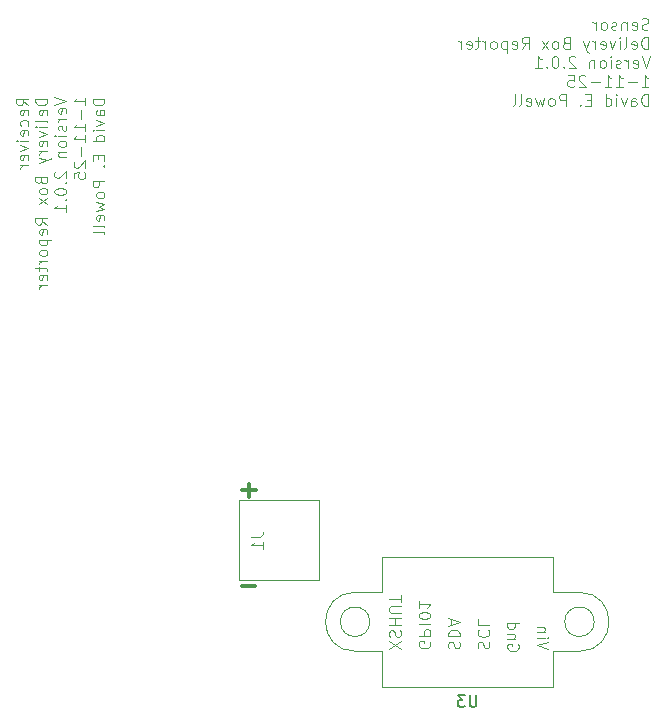
<source format=gbr>
%TF.GenerationSoftware,KiCad,Pcbnew,8.0.7-unknown-202501031822~9d36205ced~ubuntu24.04.1*%
%TF.CreationDate,2025-01-11T19:30:59-05:00*%
%TF.ProjectId,delivery-box-reporter-lora,64656c69-7665-4727-992d-626f782d7265,rev?*%
%TF.SameCoordinates,Original*%
%TF.FileFunction,Legend,Bot*%
%TF.FilePolarity,Positive*%
%FSLAX46Y46*%
G04 Gerber Fmt 4.6, Leading zero omitted, Abs format (unit mm)*
G04 Created by KiCad (PCBNEW 8.0.7-unknown-202501031822~9d36205ced~ubuntu24.04.1) date 2025-01-11 19:30:59*
%MOMM*%
%LPD*%
G01*
G04 APERTURE LIST*
%ADD10C,0.300000*%
%ADD11C,0.100000*%
%ADD12C,0.150000*%
%ADD13C,0.120000*%
G04 APERTURE END LIST*
D10*
X123754510Y-112579400D02*
X124897368Y-112579400D01*
X124325939Y-113150828D02*
X124325939Y-112007971D01*
D11*
X105632643Y-79975312D02*
X105156452Y-79641979D01*
X105632643Y-79403884D02*
X104632643Y-79403884D01*
X104632643Y-79403884D02*
X104632643Y-79784836D01*
X104632643Y-79784836D02*
X104680262Y-79880074D01*
X104680262Y-79880074D02*
X104727881Y-79927693D01*
X104727881Y-79927693D02*
X104823119Y-79975312D01*
X104823119Y-79975312D02*
X104965976Y-79975312D01*
X104965976Y-79975312D02*
X105061214Y-79927693D01*
X105061214Y-79927693D02*
X105108833Y-79880074D01*
X105108833Y-79880074D02*
X105156452Y-79784836D01*
X105156452Y-79784836D02*
X105156452Y-79403884D01*
X105585024Y-80784836D02*
X105632643Y-80689598D01*
X105632643Y-80689598D02*
X105632643Y-80499122D01*
X105632643Y-80499122D02*
X105585024Y-80403884D01*
X105585024Y-80403884D02*
X105489785Y-80356265D01*
X105489785Y-80356265D02*
X105108833Y-80356265D01*
X105108833Y-80356265D02*
X105013595Y-80403884D01*
X105013595Y-80403884D02*
X104965976Y-80499122D01*
X104965976Y-80499122D02*
X104965976Y-80689598D01*
X104965976Y-80689598D02*
X105013595Y-80784836D01*
X105013595Y-80784836D02*
X105108833Y-80832455D01*
X105108833Y-80832455D02*
X105204071Y-80832455D01*
X105204071Y-80832455D02*
X105299309Y-80356265D01*
X105585024Y-81689598D02*
X105632643Y-81594360D01*
X105632643Y-81594360D02*
X105632643Y-81403884D01*
X105632643Y-81403884D02*
X105585024Y-81308646D01*
X105585024Y-81308646D02*
X105537404Y-81261027D01*
X105537404Y-81261027D02*
X105442166Y-81213408D01*
X105442166Y-81213408D02*
X105156452Y-81213408D01*
X105156452Y-81213408D02*
X105061214Y-81261027D01*
X105061214Y-81261027D02*
X105013595Y-81308646D01*
X105013595Y-81308646D02*
X104965976Y-81403884D01*
X104965976Y-81403884D02*
X104965976Y-81594360D01*
X104965976Y-81594360D02*
X105013595Y-81689598D01*
X105585024Y-82499122D02*
X105632643Y-82403884D01*
X105632643Y-82403884D02*
X105632643Y-82213408D01*
X105632643Y-82213408D02*
X105585024Y-82118170D01*
X105585024Y-82118170D02*
X105489785Y-82070551D01*
X105489785Y-82070551D02*
X105108833Y-82070551D01*
X105108833Y-82070551D02*
X105013595Y-82118170D01*
X105013595Y-82118170D02*
X104965976Y-82213408D01*
X104965976Y-82213408D02*
X104965976Y-82403884D01*
X104965976Y-82403884D02*
X105013595Y-82499122D01*
X105013595Y-82499122D02*
X105108833Y-82546741D01*
X105108833Y-82546741D02*
X105204071Y-82546741D01*
X105204071Y-82546741D02*
X105299309Y-82070551D01*
X105632643Y-82975313D02*
X104965976Y-82975313D01*
X104632643Y-82975313D02*
X104680262Y-82927694D01*
X104680262Y-82927694D02*
X104727881Y-82975313D01*
X104727881Y-82975313D02*
X104680262Y-83022932D01*
X104680262Y-83022932D02*
X104632643Y-82975313D01*
X104632643Y-82975313D02*
X104727881Y-82975313D01*
X104965976Y-83356265D02*
X105632643Y-83594360D01*
X105632643Y-83594360D02*
X104965976Y-83832455D01*
X105585024Y-84594360D02*
X105632643Y-84499122D01*
X105632643Y-84499122D02*
X105632643Y-84308646D01*
X105632643Y-84308646D02*
X105585024Y-84213408D01*
X105585024Y-84213408D02*
X105489785Y-84165789D01*
X105489785Y-84165789D02*
X105108833Y-84165789D01*
X105108833Y-84165789D02*
X105013595Y-84213408D01*
X105013595Y-84213408D02*
X104965976Y-84308646D01*
X104965976Y-84308646D02*
X104965976Y-84499122D01*
X104965976Y-84499122D02*
X105013595Y-84594360D01*
X105013595Y-84594360D02*
X105108833Y-84641979D01*
X105108833Y-84641979D02*
X105204071Y-84641979D01*
X105204071Y-84641979D02*
X105299309Y-84165789D01*
X105632643Y-85070551D02*
X104965976Y-85070551D01*
X105156452Y-85070551D02*
X105061214Y-85118170D01*
X105061214Y-85118170D02*
X105013595Y-85165789D01*
X105013595Y-85165789D02*
X104965976Y-85261027D01*
X104965976Y-85261027D02*
X104965976Y-85356265D01*
X107242587Y-79403884D02*
X106242587Y-79403884D01*
X106242587Y-79403884D02*
X106242587Y-79641979D01*
X106242587Y-79641979D02*
X106290206Y-79784836D01*
X106290206Y-79784836D02*
X106385444Y-79880074D01*
X106385444Y-79880074D02*
X106480682Y-79927693D01*
X106480682Y-79927693D02*
X106671158Y-79975312D01*
X106671158Y-79975312D02*
X106814015Y-79975312D01*
X106814015Y-79975312D02*
X107004491Y-79927693D01*
X107004491Y-79927693D02*
X107099729Y-79880074D01*
X107099729Y-79880074D02*
X107194968Y-79784836D01*
X107194968Y-79784836D02*
X107242587Y-79641979D01*
X107242587Y-79641979D02*
X107242587Y-79403884D01*
X107194968Y-80784836D02*
X107242587Y-80689598D01*
X107242587Y-80689598D02*
X107242587Y-80499122D01*
X107242587Y-80499122D02*
X107194968Y-80403884D01*
X107194968Y-80403884D02*
X107099729Y-80356265D01*
X107099729Y-80356265D02*
X106718777Y-80356265D01*
X106718777Y-80356265D02*
X106623539Y-80403884D01*
X106623539Y-80403884D02*
X106575920Y-80499122D01*
X106575920Y-80499122D02*
X106575920Y-80689598D01*
X106575920Y-80689598D02*
X106623539Y-80784836D01*
X106623539Y-80784836D02*
X106718777Y-80832455D01*
X106718777Y-80832455D02*
X106814015Y-80832455D01*
X106814015Y-80832455D02*
X106909253Y-80356265D01*
X107242587Y-81403884D02*
X107194968Y-81308646D01*
X107194968Y-81308646D02*
X107099729Y-81261027D01*
X107099729Y-81261027D02*
X106242587Y-81261027D01*
X107242587Y-81784837D02*
X106575920Y-81784837D01*
X106242587Y-81784837D02*
X106290206Y-81737218D01*
X106290206Y-81737218D02*
X106337825Y-81784837D01*
X106337825Y-81784837D02*
X106290206Y-81832456D01*
X106290206Y-81832456D02*
X106242587Y-81784837D01*
X106242587Y-81784837D02*
X106337825Y-81784837D01*
X106575920Y-82165789D02*
X107242587Y-82403884D01*
X107242587Y-82403884D02*
X106575920Y-82641979D01*
X107194968Y-83403884D02*
X107242587Y-83308646D01*
X107242587Y-83308646D02*
X107242587Y-83118170D01*
X107242587Y-83118170D02*
X107194968Y-83022932D01*
X107194968Y-83022932D02*
X107099729Y-82975313D01*
X107099729Y-82975313D02*
X106718777Y-82975313D01*
X106718777Y-82975313D02*
X106623539Y-83022932D01*
X106623539Y-83022932D02*
X106575920Y-83118170D01*
X106575920Y-83118170D02*
X106575920Y-83308646D01*
X106575920Y-83308646D02*
X106623539Y-83403884D01*
X106623539Y-83403884D02*
X106718777Y-83451503D01*
X106718777Y-83451503D02*
X106814015Y-83451503D01*
X106814015Y-83451503D02*
X106909253Y-82975313D01*
X107242587Y-83880075D02*
X106575920Y-83880075D01*
X106766396Y-83880075D02*
X106671158Y-83927694D01*
X106671158Y-83927694D02*
X106623539Y-83975313D01*
X106623539Y-83975313D02*
X106575920Y-84070551D01*
X106575920Y-84070551D02*
X106575920Y-84165789D01*
X106575920Y-84403885D02*
X107242587Y-84641980D01*
X106575920Y-84880075D02*
X107242587Y-84641980D01*
X107242587Y-84641980D02*
X107480682Y-84546742D01*
X107480682Y-84546742D02*
X107528301Y-84499123D01*
X107528301Y-84499123D02*
X107575920Y-84403885D01*
X106718777Y-86356266D02*
X106766396Y-86499123D01*
X106766396Y-86499123D02*
X106814015Y-86546742D01*
X106814015Y-86546742D02*
X106909253Y-86594361D01*
X106909253Y-86594361D02*
X107052110Y-86594361D01*
X107052110Y-86594361D02*
X107147348Y-86546742D01*
X107147348Y-86546742D02*
X107194968Y-86499123D01*
X107194968Y-86499123D02*
X107242587Y-86403885D01*
X107242587Y-86403885D02*
X107242587Y-86022933D01*
X107242587Y-86022933D02*
X106242587Y-86022933D01*
X106242587Y-86022933D02*
X106242587Y-86356266D01*
X106242587Y-86356266D02*
X106290206Y-86451504D01*
X106290206Y-86451504D02*
X106337825Y-86499123D01*
X106337825Y-86499123D02*
X106433063Y-86546742D01*
X106433063Y-86546742D02*
X106528301Y-86546742D01*
X106528301Y-86546742D02*
X106623539Y-86499123D01*
X106623539Y-86499123D02*
X106671158Y-86451504D01*
X106671158Y-86451504D02*
X106718777Y-86356266D01*
X106718777Y-86356266D02*
X106718777Y-86022933D01*
X107242587Y-87165790D02*
X107194968Y-87070552D01*
X107194968Y-87070552D02*
X107147348Y-87022933D01*
X107147348Y-87022933D02*
X107052110Y-86975314D01*
X107052110Y-86975314D02*
X106766396Y-86975314D01*
X106766396Y-86975314D02*
X106671158Y-87022933D01*
X106671158Y-87022933D02*
X106623539Y-87070552D01*
X106623539Y-87070552D02*
X106575920Y-87165790D01*
X106575920Y-87165790D02*
X106575920Y-87308647D01*
X106575920Y-87308647D02*
X106623539Y-87403885D01*
X106623539Y-87403885D02*
X106671158Y-87451504D01*
X106671158Y-87451504D02*
X106766396Y-87499123D01*
X106766396Y-87499123D02*
X107052110Y-87499123D01*
X107052110Y-87499123D02*
X107147348Y-87451504D01*
X107147348Y-87451504D02*
X107194968Y-87403885D01*
X107194968Y-87403885D02*
X107242587Y-87308647D01*
X107242587Y-87308647D02*
X107242587Y-87165790D01*
X107242587Y-87832457D02*
X106575920Y-88356266D01*
X106575920Y-87832457D02*
X107242587Y-88356266D01*
X107242587Y-90070552D02*
X106766396Y-89737219D01*
X107242587Y-89499124D02*
X106242587Y-89499124D01*
X106242587Y-89499124D02*
X106242587Y-89880076D01*
X106242587Y-89880076D02*
X106290206Y-89975314D01*
X106290206Y-89975314D02*
X106337825Y-90022933D01*
X106337825Y-90022933D02*
X106433063Y-90070552D01*
X106433063Y-90070552D02*
X106575920Y-90070552D01*
X106575920Y-90070552D02*
X106671158Y-90022933D01*
X106671158Y-90022933D02*
X106718777Y-89975314D01*
X106718777Y-89975314D02*
X106766396Y-89880076D01*
X106766396Y-89880076D02*
X106766396Y-89499124D01*
X107194968Y-90880076D02*
X107242587Y-90784838D01*
X107242587Y-90784838D02*
X107242587Y-90594362D01*
X107242587Y-90594362D02*
X107194968Y-90499124D01*
X107194968Y-90499124D02*
X107099729Y-90451505D01*
X107099729Y-90451505D02*
X106718777Y-90451505D01*
X106718777Y-90451505D02*
X106623539Y-90499124D01*
X106623539Y-90499124D02*
X106575920Y-90594362D01*
X106575920Y-90594362D02*
X106575920Y-90784838D01*
X106575920Y-90784838D02*
X106623539Y-90880076D01*
X106623539Y-90880076D02*
X106718777Y-90927695D01*
X106718777Y-90927695D02*
X106814015Y-90927695D01*
X106814015Y-90927695D02*
X106909253Y-90451505D01*
X106575920Y-91356267D02*
X107575920Y-91356267D01*
X106623539Y-91356267D02*
X106575920Y-91451505D01*
X106575920Y-91451505D02*
X106575920Y-91641981D01*
X106575920Y-91641981D02*
X106623539Y-91737219D01*
X106623539Y-91737219D02*
X106671158Y-91784838D01*
X106671158Y-91784838D02*
X106766396Y-91832457D01*
X106766396Y-91832457D02*
X107052110Y-91832457D01*
X107052110Y-91832457D02*
X107147348Y-91784838D01*
X107147348Y-91784838D02*
X107194968Y-91737219D01*
X107194968Y-91737219D02*
X107242587Y-91641981D01*
X107242587Y-91641981D02*
X107242587Y-91451505D01*
X107242587Y-91451505D02*
X107194968Y-91356267D01*
X107242587Y-92403886D02*
X107194968Y-92308648D01*
X107194968Y-92308648D02*
X107147348Y-92261029D01*
X107147348Y-92261029D02*
X107052110Y-92213410D01*
X107052110Y-92213410D02*
X106766396Y-92213410D01*
X106766396Y-92213410D02*
X106671158Y-92261029D01*
X106671158Y-92261029D02*
X106623539Y-92308648D01*
X106623539Y-92308648D02*
X106575920Y-92403886D01*
X106575920Y-92403886D02*
X106575920Y-92546743D01*
X106575920Y-92546743D02*
X106623539Y-92641981D01*
X106623539Y-92641981D02*
X106671158Y-92689600D01*
X106671158Y-92689600D02*
X106766396Y-92737219D01*
X106766396Y-92737219D02*
X107052110Y-92737219D01*
X107052110Y-92737219D02*
X107147348Y-92689600D01*
X107147348Y-92689600D02*
X107194968Y-92641981D01*
X107194968Y-92641981D02*
X107242587Y-92546743D01*
X107242587Y-92546743D02*
X107242587Y-92403886D01*
X107242587Y-93165791D02*
X106575920Y-93165791D01*
X106766396Y-93165791D02*
X106671158Y-93213410D01*
X106671158Y-93213410D02*
X106623539Y-93261029D01*
X106623539Y-93261029D02*
X106575920Y-93356267D01*
X106575920Y-93356267D02*
X106575920Y-93451505D01*
X106575920Y-93641982D02*
X106575920Y-94022934D01*
X106242587Y-93784839D02*
X107099729Y-93784839D01*
X107099729Y-93784839D02*
X107194968Y-93832458D01*
X107194968Y-93832458D02*
X107242587Y-93927696D01*
X107242587Y-93927696D02*
X107242587Y-94022934D01*
X107194968Y-94737220D02*
X107242587Y-94641982D01*
X107242587Y-94641982D02*
X107242587Y-94451506D01*
X107242587Y-94451506D02*
X107194968Y-94356268D01*
X107194968Y-94356268D02*
X107099729Y-94308649D01*
X107099729Y-94308649D02*
X106718777Y-94308649D01*
X106718777Y-94308649D02*
X106623539Y-94356268D01*
X106623539Y-94356268D02*
X106575920Y-94451506D01*
X106575920Y-94451506D02*
X106575920Y-94641982D01*
X106575920Y-94641982D02*
X106623539Y-94737220D01*
X106623539Y-94737220D02*
X106718777Y-94784839D01*
X106718777Y-94784839D02*
X106814015Y-94784839D01*
X106814015Y-94784839D02*
X106909253Y-94308649D01*
X107242587Y-95213411D02*
X106575920Y-95213411D01*
X106766396Y-95213411D02*
X106671158Y-95261030D01*
X106671158Y-95261030D02*
X106623539Y-95308649D01*
X106623539Y-95308649D02*
X106575920Y-95403887D01*
X106575920Y-95403887D02*
X106575920Y-95499125D01*
X107852531Y-79261027D02*
X108852531Y-79594360D01*
X108852531Y-79594360D02*
X107852531Y-79927693D01*
X108804912Y-80641979D02*
X108852531Y-80546741D01*
X108852531Y-80546741D02*
X108852531Y-80356265D01*
X108852531Y-80356265D02*
X108804912Y-80261027D01*
X108804912Y-80261027D02*
X108709673Y-80213408D01*
X108709673Y-80213408D02*
X108328721Y-80213408D01*
X108328721Y-80213408D02*
X108233483Y-80261027D01*
X108233483Y-80261027D02*
X108185864Y-80356265D01*
X108185864Y-80356265D02*
X108185864Y-80546741D01*
X108185864Y-80546741D02*
X108233483Y-80641979D01*
X108233483Y-80641979D02*
X108328721Y-80689598D01*
X108328721Y-80689598D02*
X108423959Y-80689598D01*
X108423959Y-80689598D02*
X108519197Y-80213408D01*
X108852531Y-81118170D02*
X108185864Y-81118170D01*
X108376340Y-81118170D02*
X108281102Y-81165789D01*
X108281102Y-81165789D02*
X108233483Y-81213408D01*
X108233483Y-81213408D02*
X108185864Y-81308646D01*
X108185864Y-81308646D02*
X108185864Y-81403884D01*
X108804912Y-81689599D02*
X108852531Y-81784837D01*
X108852531Y-81784837D02*
X108852531Y-81975313D01*
X108852531Y-81975313D02*
X108804912Y-82070551D01*
X108804912Y-82070551D02*
X108709673Y-82118170D01*
X108709673Y-82118170D02*
X108662054Y-82118170D01*
X108662054Y-82118170D02*
X108566816Y-82070551D01*
X108566816Y-82070551D02*
X108519197Y-81975313D01*
X108519197Y-81975313D02*
X108519197Y-81832456D01*
X108519197Y-81832456D02*
X108471578Y-81737218D01*
X108471578Y-81737218D02*
X108376340Y-81689599D01*
X108376340Y-81689599D02*
X108328721Y-81689599D01*
X108328721Y-81689599D02*
X108233483Y-81737218D01*
X108233483Y-81737218D02*
X108185864Y-81832456D01*
X108185864Y-81832456D02*
X108185864Y-81975313D01*
X108185864Y-81975313D02*
X108233483Y-82070551D01*
X108852531Y-82546742D02*
X108185864Y-82546742D01*
X107852531Y-82546742D02*
X107900150Y-82499123D01*
X107900150Y-82499123D02*
X107947769Y-82546742D01*
X107947769Y-82546742D02*
X107900150Y-82594361D01*
X107900150Y-82594361D02*
X107852531Y-82546742D01*
X107852531Y-82546742D02*
X107947769Y-82546742D01*
X108852531Y-83165789D02*
X108804912Y-83070551D01*
X108804912Y-83070551D02*
X108757292Y-83022932D01*
X108757292Y-83022932D02*
X108662054Y-82975313D01*
X108662054Y-82975313D02*
X108376340Y-82975313D01*
X108376340Y-82975313D02*
X108281102Y-83022932D01*
X108281102Y-83022932D02*
X108233483Y-83070551D01*
X108233483Y-83070551D02*
X108185864Y-83165789D01*
X108185864Y-83165789D02*
X108185864Y-83308646D01*
X108185864Y-83308646D02*
X108233483Y-83403884D01*
X108233483Y-83403884D02*
X108281102Y-83451503D01*
X108281102Y-83451503D02*
X108376340Y-83499122D01*
X108376340Y-83499122D02*
X108662054Y-83499122D01*
X108662054Y-83499122D02*
X108757292Y-83451503D01*
X108757292Y-83451503D02*
X108804912Y-83403884D01*
X108804912Y-83403884D02*
X108852531Y-83308646D01*
X108852531Y-83308646D02*
X108852531Y-83165789D01*
X108185864Y-83927694D02*
X108852531Y-83927694D01*
X108281102Y-83927694D02*
X108233483Y-83975313D01*
X108233483Y-83975313D02*
X108185864Y-84070551D01*
X108185864Y-84070551D02*
X108185864Y-84213408D01*
X108185864Y-84213408D02*
X108233483Y-84308646D01*
X108233483Y-84308646D02*
X108328721Y-84356265D01*
X108328721Y-84356265D02*
X108852531Y-84356265D01*
X107947769Y-85546742D02*
X107900150Y-85594361D01*
X107900150Y-85594361D02*
X107852531Y-85689599D01*
X107852531Y-85689599D02*
X107852531Y-85927694D01*
X107852531Y-85927694D02*
X107900150Y-86022932D01*
X107900150Y-86022932D02*
X107947769Y-86070551D01*
X107947769Y-86070551D02*
X108043007Y-86118170D01*
X108043007Y-86118170D02*
X108138245Y-86118170D01*
X108138245Y-86118170D02*
X108281102Y-86070551D01*
X108281102Y-86070551D02*
X108852531Y-85499123D01*
X108852531Y-85499123D02*
X108852531Y-86118170D01*
X108757292Y-86546742D02*
X108804912Y-86594361D01*
X108804912Y-86594361D02*
X108852531Y-86546742D01*
X108852531Y-86546742D02*
X108804912Y-86499123D01*
X108804912Y-86499123D02*
X108757292Y-86546742D01*
X108757292Y-86546742D02*
X108852531Y-86546742D01*
X107852531Y-87213408D02*
X107852531Y-87308646D01*
X107852531Y-87308646D02*
X107900150Y-87403884D01*
X107900150Y-87403884D02*
X107947769Y-87451503D01*
X107947769Y-87451503D02*
X108043007Y-87499122D01*
X108043007Y-87499122D02*
X108233483Y-87546741D01*
X108233483Y-87546741D02*
X108471578Y-87546741D01*
X108471578Y-87546741D02*
X108662054Y-87499122D01*
X108662054Y-87499122D02*
X108757292Y-87451503D01*
X108757292Y-87451503D02*
X108804912Y-87403884D01*
X108804912Y-87403884D02*
X108852531Y-87308646D01*
X108852531Y-87308646D02*
X108852531Y-87213408D01*
X108852531Y-87213408D02*
X108804912Y-87118170D01*
X108804912Y-87118170D02*
X108757292Y-87070551D01*
X108757292Y-87070551D02*
X108662054Y-87022932D01*
X108662054Y-87022932D02*
X108471578Y-86975313D01*
X108471578Y-86975313D02*
X108233483Y-86975313D01*
X108233483Y-86975313D02*
X108043007Y-87022932D01*
X108043007Y-87022932D02*
X107947769Y-87070551D01*
X107947769Y-87070551D02*
X107900150Y-87118170D01*
X107900150Y-87118170D02*
X107852531Y-87213408D01*
X108757292Y-87975313D02*
X108804912Y-88022932D01*
X108804912Y-88022932D02*
X108852531Y-87975313D01*
X108852531Y-87975313D02*
X108804912Y-87927694D01*
X108804912Y-87927694D02*
X108757292Y-87975313D01*
X108757292Y-87975313D02*
X108852531Y-87975313D01*
X108852531Y-88975312D02*
X108852531Y-88403884D01*
X108852531Y-88689598D02*
X107852531Y-88689598D01*
X107852531Y-88689598D02*
X107995388Y-88594360D01*
X107995388Y-88594360D02*
X108090626Y-88499122D01*
X108090626Y-88499122D02*
X108138245Y-88403884D01*
X110462475Y-79927693D02*
X110462475Y-79356265D01*
X110462475Y-79641979D02*
X109462475Y-79641979D01*
X109462475Y-79641979D02*
X109605332Y-79546741D01*
X109605332Y-79546741D02*
X109700570Y-79451503D01*
X109700570Y-79451503D02*
X109748189Y-79356265D01*
X110081522Y-80356265D02*
X110081522Y-81118170D01*
X110462475Y-82118169D02*
X110462475Y-81546741D01*
X110462475Y-81832455D02*
X109462475Y-81832455D01*
X109462475Y-81832455D02*
X109605332Y-81737217D01*
X109605332Y-81737217D02*
X109700570Y-81641979D01*
X109700570Y-81641979D02*
X109748189Y-81546741D01*
X110462475Y-83070550D02*
X110462475Y-82499122D01*
X110462475Y-82784836D02*
X109462475Y-82784836D01*
X109462475Y-82784836D02*
X109605332Y-82689598D01*
X109605332Y-82689598D02*
X109700570Y-82594360D01*
X109700570Y-82594360D02*
X109748189Y-82499122D01*
X110081522Y-83499122D02*
X110081522Y-84261027D01*
X109557713Y-84689598D02*
X109510094Y-84737217D01*
X109510094Y-84737217D02*
X109462475Y-84832455D01*
X109462475Y-84832455D02*
X109462475Y-85070550D01*
X109462475Y-85070550D02*
X109510094Y-85165788D01*
X109510094Y-85165788D02*
X109557713Y-85213407D01*
X109557713Y-85213407D02*
X109652951Y-85261026D01*
X109652951Y-85261026D02*
X109748189Y-85261026D01*
X109748189Y-85261026D02*
X109891046Y-85213407D01*
X109891046Y-85213407D02*
X110462475Y-84641979D01*
X110462475Y-84641979D02*
X110462475Y-85261026D01*
X109462475Y-86165788D02*
X109462475Y-85689598D01*
X109462475Y-85689598D02*
X109938665Y-85641979D01*
X109938665Y-85641979D02*
X109891046Y-85689598D01*
X109891046Y-85689598D02*
X109843427Y-85784836D01*
X109843427Y-85784836D02*
X109843427Y-86022931D01*
X109843427Y-86022931D02*
X109891046Y-86118169D01*
X109891046Y-86118169D02*
X109938665Y-86165788D01*
X109938665Y-86165788D02*
X110033903Y-86213407D01*
X110033903Y-86213407D02*
X110271998Y-86213407D01*
X110271998Y-86213407D02*
X110367236Y-86165788D01*
X110367236Y-86165788D02*
X110414856Y-86118169D01*
X110414856Y-86118169D02*
X110462475Y-86022931D01*
X110462475Y-86022931D02*
X110462475Y-85784836D01*
X110462475Y-85784836D02*
X110414856Y-85689598D01*
X110414856Y-85689598D02*
X110367236Y-85641979D01*
X112072419Y-79403884D02*
X111072419Y-79403884D01*
X111072419Y-79403884D02*
X111072419Y-79641979D01*
X111072419Y-79641979D02*
X111120038Y-79784836D01*
X111120038Y-79784836D02*
X111215276Y-79880074D01*
X111215276Y-79880074D02*
X111310514Y-79927693D01*
X111310514Y-79927693D02*
X111500990Y-79975312D01*
X111500990Y-79975312D02*
X111643847Y-79975312D01*
X111643847Y-79975312D02*
X111834323Y-79927693D01*
X111834323Y-79927693D02*
X111929561Y-79880074D01*
X111929561Y-79880074D02*
X112024800Y-79784836D01*
X112024800Y-79784836D02*
X112072419Y-79641979D01*
X112072419Y-79641979D02*
X112072419Y-79403884D01*
X112072419Y-80832455D02*
X111548609Y-80832455D01*
X111548609Y-80832455D02*
X111453371Y-80784836D01*
X111453371Y-80784836D02*
X111405752Y-80689598D01*
X111405752Y-80689598D02*
X111405752Y-80499122D01*
X111405752Y-80499122D02*
X111453371Y-80403884D01*
X112024800Y-80832455D02*
X112072419Y-80737217D01*
X112072419Y-80737217D02*
X112072419Y-80499122D01*
X112072419Y-80499122D02*
X112024800Y-80403884D01*
X112024800Y-80403884D02*
X111929561Y-80356265D01*
X111929561Y-80356265D02*
X111834323Y-80356265D01*
X111834323Y-80356265D02*
X111739085Y-80403884D01*
X111739085Y-80403884D02*
X111691466Y-80499122D01*
X111691466Y-80499122D02*
X111691466Y-80737217D01*
X111691466Y-80737217D02*
X111643847Y-80832455D01*
X111405752Y-81213408D02*
X112072419Y-81451503D01*
X112072419Y-81451503D02*
X111405752Y-81689598D01*
X112072419Y-82070551D02*
X111405752Y-82070551D01*
X111072419Y-82070551D02*
X111120038Y-82022932D01*
X111120038Y-82022932D02*
X111167657Y-82070551D01*
X111167657Y-82070551D02*
X111120038Y-82118170D01*
X111120038Y-82118170D02*
X111072419Y-82070551D01*
X111072419Y-82070551D02*
X111167657Y-82070551D01*
X112072419Y-82975312D02*
X111072419Y-82975312D01*
X112024800Y-82975312D02*
X112072419Y-82880074D01*
X112072419Y-82880074D02*
X112072419Y-82689598D01*
X112072419Y-82689598D02*
X112024800Y-82594360D01*
X112024800Y-82594360D02*
X111977180Y-82546741D01*
X111977180Y-82546741D02*
X111881942Y-82499122D01*
X111881942Y-82499122D02*
X111596228Y-82499122D01*
X111596228Y-82499122D02*
X111500990Y-82546741D01*
X111500990Y-82546741D02*
X111453371Y-82594360D01*
X111453371Y-82594360D02*
X111405752Y-82689598D01*
X111405752Y-82689598D02*
X111405752Y-82880074D01*
X111405752Y-82880074D02*
X111453371Y-82975312D01*
X111548609Y-84213408D02*
X111548609Y-84546741D01*
X112072419Y-84689598D02*
X112072419Y-84213408D01*
X112072419Y-84213408D02*
X111072419Y-84213408D01*
X111072419Y-84213408D02*
X111072419Y-84689598D01*
X111977180Y-85118170D02*
X112024800Y-85165789D01*
X112024800Y-85165789D02*
X112072419Y-85118170D01*
X112072419Y-85118170D02*
X112024800Y-85070551D01*
X112024800Y-85070551D02*
X111977180Y-85118170D01*
X111977180Y-85118170D02*
X112072419Y-85118170D01*
X112072419Y-86356265D02*
X111072419Y-86356265D01*
X111072419Y-86356265D02*
X111072419Y-86737217D01*
X111072419Y-86737217D02*
X111120038Y-86832455D01*
X111120038Y-86832455D02*
X111167657Y-86880074D01*
X111167657Y-86880074D02*
X111262895Y-86927693D01*
X111262895Y-86927693D02*
X111405752Y-86927693D01*
X111405752Y-86927693D02*
X111500990Y-86880074D01*
X111500990Y-86880074D02*
X111548609Y-86832455D01*
X111548609Y-86832455D02*
X111596228Y-86737217D01*
X111596228Y-86737217D02*
X111596228Y-86356265D01*
X112072419Y-87499122D02*
X112024800Y-87403884D01*
X112024800Y-87403884D02*
X111977180Y-87356265D01*
X111977180Y-87356265D02*
X111881942Y-87308646D01*
X111881942Y-87308646D02*
X111596228Y-87308646D01*
X111596228Y-87308646D02*
X111500990Y-87356265D01*
X111500990Y-87356265D02*
X111453371Y-87403884D01*
X111453371Y-87403884D02*
X111405752Y-87499122D01*
X111405752Y-87499122D02*
X111405752Y-87641979D01*
X111405752Y-87641979D02*
X111453371Y-87737217D01*
X111453371Y-87737217D02*
X111500990Y-87784836D01*
X111500990Y-87784836D02*
X111596228Y-87832455D01*
X111596228Y-87832455D02*
X111881942Y-87832455D01*
X111881942Y-87832455D02*
X111977180Y-87784836D01*
X111977180Y-87784836D02*
X112024800Y-87737217D01*
X112024800Y-87737217D02*
X112072419Y-87641979D01*
X112072419Y-87641979D02*
X112072419Y-87499122D01*
X111405752Y-88165789D02*
X112072419Y-88356265D01*
X112072419Y-88356265D02*
X111596228Y-88546741D01*
X111596228Y-88546741D02*
X112072419Y-88737217D01*
X112072419Y-88737217D02*
X111405752Y-88927693D01*
X112024800Y-89689598D02*
X112072419Y-89594360D01*
X112072419Y-89594360D02*
X112072419Y-89403884D01*
X112072419Y-89403884D02*
X112024800Y-89308646D01*
X112024800Y-89308646D02*
X111929561Y-89261027D01*
X111929561Y-89261027D02*
X111548609Y-89261027D01*
X111548609Y-89261027D02*
X111453371Y-89308646D01*
X111453371Y-89308646D02*
X111405752Y-89403884D01*
X111405752Y-89403884D02*
X111405752Y-89594360D01*
X111405752Y-89594360D02*
X111453371Y-89689598D01*
X111453371Y-89689598D02*
X111548609Y-89737217D01*
X111548609Y-89737217D02*
X111643847Y-89737217D01*
X111643847Y-89737217D02*
X111739085Y-89261027D01*
X112072419Y-90308646D02*
X112024800Y-90213408D01*
X112024800Y-90213408D02*
X111929561Y-90165789D01*
X111929561Y-90165789D02*
X111072419Y-90165789D01*
X112072419Y-90832456D02*
X112024800Y-90737218D01*
X112024800Y-90737218D02*
X111929561Y-90689599D01*
X111929561Y-90689599D02*
X111072419Y-90689599D01*
X158143734Y-73535024D02*
X158000877Y-73582643D01*
X158000877Y-73582643D02*
X157762782Y-73582643D01*
X157762782Y-73582643D02*
X157667544Y-73535024D01*
X157667544Y-73535024D02*
X157619925Y-73487404D01*
X157619925Y-73487404D02*
X157572306Y-73392166D01*
X157572306Y-73392166D02*
X157572306Y-73296928D01*
X157572306Y-73296928D02*
X157619925Y-73201690D01*
X157619925Y-73201690D02*
X157667544Y-73154071D01*
X157667544Y-73154071D02*
X157762782Y-73106452D01*
X157762782Y-73106452D02*
X157953258Y-73058833D01*
X157953258Y-73058833D02*
X158048496Y-73011214D01*
X158048496Y-73011214D02*
X158096115Y-72963595D01*
X158096115Y-72963595D02*
X158143734Y-72868357D01*
X158143734Y-72868357D02*
X158143734Y-72773119D01*
X158143734Y-72773119D02*
X158096115Y-72677881D01*
X158096115Y-72677881D02*
X158048496Y-72630262D01*
X158048496Y-72630262D02*
X157953258Y-72582643D01*
X157953258Y-72582643D02*
X157715163Y-72582643D01*
X157715163Y-72582643D02*
X157572306Y-72630262D01*
X156762782Y-73535024D02*
X156858020Y-73582643D01*
X156858020Y-73582643D02*
X157048496Y-73582643D01*
X157048496Y-73582643D02*
X157143734Y-73535024D01*
X157143734Y-73535024D02*
X157191353Y-73439785D01*
X157191353Y-73439785D02*
X157191353Y-73058833D01*
X157191353Y-73058833D02*
X157143734Y-72963595D01*
X157143734Y-72963595D02*
X157048496Y-72915976D01*
X157048496Y-72915976D02*
X156858020Y-72915976D01*
X156858020Y-72915976D02*
X156762782Y-72963595D01*
X156762782Y-72963595D02*
X156715163Y-73058833D01*
X156715163Y-73058833D02*
X156715163Y-73154071D01*
X156715163Y-73154071D02*
X157191353Y-73249309D01*
X156286591Y-72915976D02*
X156286591Y-73582643D01*
X156286591Y-73011214D02*
X156238972Y-72963595D01*
X156238972Y-72963595D02*
X156143734Y-72915976D01*
X156143734Y-72915976D02*
X156000877Y-72915976D01*
X156000877Y-72915976D02*
X155905639Y-72963595D01*
X155905639Y-72963595D02*
X155858020Y-73058833D01*
X155858020Y-73058833D02*
X155858020Y-73582643D01*
X155429448Y-73535024D02*
X155334210Y-73582643D01*
X155334210Y-73582643D02*
X155143734Y-73582643D01*
X155143734Y-73582643D02*
X155048496Y-73535024D01*
X155048496Y-73535024D02*
X155000877Y-73439785D01*
X155000877Y-73439785D02*
X155000877Y-73392166D01*
X155000877Y-73392166D02*
X155048496Y-73296928D01*
X155048496Y-73296928D02*
X155143734Y-73249309D01*
X155143734Y-73249309D02*
X155286591Y-73249309D01*
X155286591Y-73249309D02*
X155381829Y-73201690D01*
X155381829Y-73201690D02*
X155429448Y-73106452D01*
X155429448Y-73106452D02*
X155429448Y-73058833D01*
X155429448Y-73058833D02*
X155381829Y-72963595D01*
X155381829Y-72963595D02*
X155286591Y-72915976D01*
X155286591Y-72915976D02*
X155143734Y-72915976D01*
X155143734Y-72915976D02*
X155048496Y-72963595D01*
X154429448Y-73582643D02*
X154524686Y-73535024D01*
X154524686Y-73535024D02*
X154572305Y-73487404D01*
X154572305Y-73487404D02*
X154619924Y-73392166D01*
X154619924Y-73392166D02*
X154619924Y-73106452D01*
X154619924Y-73106452D02*
X154572305Y-73011214D01*
X154572305Y-73011214D02*
X154524686Y-72963595D01*
X154524686Y-72963595D02*
X154429448Y-72915976D01*
X154429448Y-72915976D02*
X154286591Y-72915976D01*
X154286591Y-72915976D02*
X154191353Y-72963595D01*
X154191353Y-72963595D02*
X154143734Y-73011214D01*
X154143734Y-73011214D02*
X154096115Y-73106452D01*
X154096115Y-73106452D02*
X154096115Y-73392166D01*
X154096115Y-73392166D02*
X154143734Y-73487404D01*
X154143734Y-73487404D02*
X154191353Y-73535024D01*
X154191353Y-73535024D02*
X154286591Y-73582643D01*
X154286591Y-73582643D02*
X154429448Y-73582643D01*
X153667543Y-73582643D02*
X153667543Y-72915976D01*
X153667543Y-73106452D02*
X153619924Y-73011214D01*
X153619924Y-73011214D02*
X153572305Y-72963595D01*
X153572305Y-72963595D02*
X153477067Y-72915976D01*
X153477067Y-72915976D02*
X153381829Y-72915976D01*
X158096115Y-75192587D02*
X158096115Y-74192587D01*
X158096115Y-74192587D02*
X157858020Y-74192587D01*
X157858020Y-74192587D02*
X157715163Y-74240206D01*
X157715163Y-74240206D02*
X157619925Y-74335444D01*
X157619925Y-74335444D02*
X157572306Y-74430682D01*
X157572306Y-74430682D02*
X157524687Y-74621158D01*
X157524687Y-74621158D02*
X157524687Y-74764015D01*
X157524687Y-74764015D02*
X157572306Y-74954491D01*
X157572306Y-74954491D02*
X157619925Y-75049729D01*
X157619925Y-75049729D02*
X157715163Y-75144968D01*
X157715163Y-75144968D02*
X157858020Y-75192587D01*
X157858020Y-75192587D02*
X158096115Y-75192587D01*
X156715163Y-75144968D02*
X156810401Y-75192587D01*
X156810401Y-75192587D02*
X157000877Y-75192587D01*
X157000877Y-75192587D02*
X157096115Y-75144968D01*
X157096115Y-75144968D02*
X157143734Y-75049729D01*
X157143734Y-75049729D02*
X157143734Y-74668777D01*
X157143734Y-74668777D02*
X157096115Y-74573539D01*
X157096115Y-74573539D02*
X157000877Y-74525920D01*
X157000877Y-74525920D02*
X156810401Y-74525920D01*
X156810401Y-74525920D02*
X156715163Y-74573539D01*
X156715163Y-74573539D02*
X156667544Y-74668777D01*
X156667544Y-74668777D02*
X156667544Y-74764015D01*
X156667544Y-74764015D02*
X157143734Y-74859253D01*
X156096115Y-75192587D02*
X156191353Y-75144968D01*
X156191353Y-75144968D02*
X156238972Y-75049729D01*
X156238972Y-75049729D02*
X156238972Y-74192587D01*
X155715162Y-75192587D02*
X155715162Y-74525920D01*
X155715162Y-74192587D02*
X155762781Y-74240206D01*
X155762781Y-74240206D02*
X155715162Y-74287825D01*
X155715162Y-74287825D02*
X155667543Y-74240206D01*
X155667543Y-74240206D02*
X155715162Y-74192587D01*
X155715162Y-74192587D02*
X155715162Y-74287825D01*
X155334210Y-74525920D02*
X155096115Y-75192587D01*
X155096115Y-75192587D02*
X154858020Y-74525920D01*
X154096115Y-75144968D02*
X154191353Y-75192587D01*
X154191353Y-75192587D02*
X154381829Y-75192587D01*
X154381829Y-75192587D02*
X154477067Y-75144968D01*
X154477067Y-75144968D02*
X154524686Y-75049729D01*
X154524686Y-75049729D02*
X154524686Y-74668777D01*
X154524686Y-74668777D02*
X154477067Y-74573539D01*
X154477067Y-74573539D02*
X154381829Y-74525920D01*
X154381829Y-74525920D02*
X154191353Y-74525920D01*
X154191353Y-74525920D02*
X154096115Y-74573539D01*
X154096115Y-74573539D02*
X154048496Y-74668777D01*
X154048496Y-74668777D02*
X154048496Y-74764015D01*
X154048496Y-74764015D02*
X154524686Y-74859253D01*
X153619924Y-75192587D02*
X153619924Y-74525920D01*
X153619924Y-74716396D02*
X153572305Y-74621158D01*
X153572305Y-74621158D02*
X153524686Y-74573539D01*
X153524686Y-74573539D02*
X153429448Y-74525920D01*
X153429448Y-74525920D02*
X153334210Y-74525920D01*
X153096114Y-74525920D02*
X152858019Y-75192587D01*
X152619924Y-74525920D02*
X152858019Y-75192587D01*
X152858019Y-75192587D02*
X152953257Y-75430682D01*
X152953257Y-75430682D02*
X153000876Y-75478301D01*
X153000876Y-75478301D02*
X153096114Y-75525920D01*
X151143733Y-74668777D02*
X151000876Y-74716396D01*
X151000876Y-74716396D02*
X150953257Y-74764015D01*
X150953257Y-74764015D02*
X150905638Y-74859253D01*
X150905638Y-74859253D02*
X150905638Y-75002110D01*
X150905638Y-75002110D02*
X150953257Y-75097348D01*
X150953257Y-75097348D02*
X151000876Y-75144968D01*
X151000876Y-75144968D02*
X151096114Y-75192587D01*
X151096114Y-75192587D02*
X151477066Y-75192587D01*
X151477066Y-75192587D02*
X151477066Y-74192587D01*
X151477066Y-74192587D02*
X151143733Y-74192587D01*
X151143733Y-74192587D02*
X151048495Y-74240206D01*
X151048495Y-74240206D02*
X151000876Y-74287825D01*
X151000876Y-74287825D02*
X150953257Y-74383063D01*
X150953257Y-74383063D02*
X150953257Y-74478301D01*
X150953257Y-74478301D02*
X151000876Y-74573539D01*
X151000876Y-74573539D02*
X151048495Y-74621158D01*
X151048495Y-74621158D02*
X151143733Y-74668777D01*
X151143733Y-74668777D02*
X151477066Y-74668777D01*
X150334209Y-75192587D02*
X150429447Y-75144968D01*
X150429447Y-75144968D02*
X150477066Y-75097348D01*
X150477066Y-75097348D02*
X150524685Y-75002110D01*
X150524685Y-75002110D02*
X150524685Y-74716396D01*
X150524685Y-74716396D02*
X150477066Y-74621158D01*
X150477066Y-74621158D02*
X150429447Y-74573539D01*
X150429447Y-74573539D02*
X150334209Y-74525920D01*
X150334209Y-74525920D02*
X150191352Y-74525920D01*
X150191352Y-74525920D02*
X150096114Y-74573539D01*
X150096114Y-74573539D02*
X150048495Y-74621158D01*
X150048495Y-74621158D02*
X150000876Y-74716396D01*
X150000876Y-74716396D02*
X150000876Y-75002110D01*
X150000876Y-75002110D02*
X150048495Y-75097348D01*
X150048495Y-75097348D02*
X150096114Y-75144968D01*
X150096114Y-75144968D02*
X150191352Y-75192587D01*
X150191352Y-75192587D02*
X150334209Y-75192587D01*
X149667542Y-75192587D02*
X149143733Y-74525920D01*
X149667542Y-74525920D02*
X149143733Y-75192587D01*
X147429447Y-75192587D02*
X147762780Y-74716396D01*
X148000875Y-75192587D02*
X148000875Y-74192587D01*
X148000875Y-74192587D02*
X147619923Y-74192587D01*
X147619923Y-74192587D02*
X147524685Y-74240206D01*
X147524685Y-74240206D02*
X147477066Y-74287825D01*
X147477066Y-74287825D02*
X147429447Y-74383063D01*
X147429447Y-74383063D02*
X147429447Y-74525920D01*
X147429447Y-74525920D02*
X147477066Y-74621158D01*
X147477066Y-74621158D02*
X147524685Y-74668777D01*
X147524685Y-74668777D02*
X147619923Y-74716396D01*
X147619923Y-74716396D02*
X148000875Y-74716396D01*
X146619923Y-75144968D02*
X146715161Y-75192587D01*
X146715161Y-75192587D02*
X146905637Y-75192587D01*
X146905637Y-75192587D02*
X147000875Y-75144968D01*
X147000875Y-75144968D02*
X147048494Y-75049729D01*
X147048494Y-75049729D02*
X147048494Y-74668777D01*
X147048494Y-74668777D02*
X147000875Y-74573539D01*
X147000875Y-74573539D02*
X146905637Y-74525920D01*
X146905637Y-74525920D02*
X146715161Y-74525920D01*
X146715161Y-74525920D02*
X146619923Y-74573539D01*
X146619923Y-74573539D02*
X146572304Y-74668777D01*
X146572304Y-74668777D02*
X146572304Y-74764015D01*
X146572304Y-74764015D02*
X147048494Y-74859253D01*
X146143732Y-74525920D02*
X146143732Y-75525920D01*
X146143732Y-74573539D02*
X146048494Y-74525920D01*
X146048494Y-74525920D02*
X145858018Y-74525920D01*
X145858018Y-74525920D02*
X145762780Y-74573539D01*
X145762780Y-74573539D02*
X145715161Y-74621158D01*
X145715161Y-74621158D02*
X145667542Y-74716396D01*
X145667542Y-74716396D02*
X145667542Y-75002110D01*
X145667542Y-75002110D02*
X145715161Y-75097348D01*
X145715161Y-75097348D02*
X145762780Y-75144968D01*
X145762780Y-75144968D02*
X145858018Y-75192587D01*
X145858018Y-75192587D02*
X146048494Y-75192587D01*
X146048494Y-75192587D02*
X146143732Y-75144968D01*
X145096113Y-75192587D02*
X145191351Y-75144968D01*
X145191351Y-75144968D02*
X145238970Y-75097348D01*
X145238970Y-75097348D02*
X145286589Y-75002110D01*
X145286589Y-75002110D02*
X145286589Y-74716396D01*
X145286589Y-74716396D02*
X145238970Y-74621158D01*
X145238970Y-74621158D02*
X145191351Y-74573539D01*
X145191351Y-74573539D02*
X145096113Y-74525920D01*
X145096113Y-74525920D02*
X144953256Y-74525920D01*
X144953256Y-74525920D02*
X144858018Y-74573539D01*
X144858018Y-74573539D02*
X144810399Y-74621158D01*
X144810399Y-74621158D02*
X144762780Y-74716396D01*
X144762780Y-74716396D02*
X144762780Y-75002110D01*
X144762780Y-75002110D02*
X144810399Y-75097348D01*
X144810399Y-75097348D02*
X144858018Y-75144968D01*
X144858018Y-75144968D02*
X144953256Y-75192587D01*
X144953256Y-75192587D02*
X145096113Y-75192587D01*
X144334208Y-75192587D02*
X144334208Y-74525920D01*
X144334208Y-74716396D02*
X144286589Y-74621158D01*
X144286589Y-74621158D02*
X144238970Y-74573539D01*
X144238970Y-74573539D02*
X144143732Y-74525920D01*
X144143732Y-74525920D02*
X144048494Y-74525920D01*
X143858017Y-74525920D02*
X143477065Y-74525920D01*
X143715160Y-74192587D02*
X143715160Y-75049729D01*
X143715160Y-75049729D02*
X143667541Y-75144968D01*
X143667541Y-75144968D02*
X143572303Y-75192587D01*
X143572303Y-75192587D02*
X143477065Y-75192587D01*
X142762779Y-75144968D02*
X142858017Y-75192587D01*
X142858017Y-75192587D02*
X143048493Y-75192587D01*
X143048493Y-75192587D02*
X143143731Y-75144968D01*
X143143731Y-75144968D02*
X143191350Y-75049729D01*
X143191350Y-75049729D02*
X143191350Y-74668777D01*
X143191350Y-74668777D02*
X143143731Y-74573539D01*
X143143731Y-74573539D02*
X143048493Y-74525920D01*
X143048493Y-74525920D02*
X142858017Y-74525920D01*
X142858017Y-74525920D02*
X142762779Y-74573539D01*
X142762779Y-74573539D02*
X142715160Y-74668777D01*
X142715160Y-74668777D02*
X142715160Y-74764015D01*
X142715160Y-74764015D02*
X143191350Y-74859253D01*
X142286588Y-75192587D02*
X142286588Y-74525920D01*
X142286588Y-74716396D02*
X142238969Y-74621158D01*
X142238969Y-74621158D02*
X142191350Y-74573539D01*
X142191350Y-74573539D02*
X142096112Y-74525920D01*
X142096112Y-74525920D02*
X142000874Y-74525920D01*
X158238972Y-75802531D02*
X157905639Y-76802531D01*
X157905639Y-76802531D02*
X157572306Y-75802531D01*
X156858020Y-76754912D02*
X156953258Y-76802531D01*
X156953258Y-76802531D02*
X157143734Y-76802531D01*
X157143734Y-76802531D02*
X157238972Y-76754912D01*
X157238972Y-76754912D02*
X157286591Y-76659673D01*
X157286591Y-76659673D02*
X157286591Y-76278721D01*
X157286591Y-76278721D02*
X157238972Y-76183483D01*
X157238972Y-76183483D02*
X157143734Y-76135864D01*
X157143734Y-76135864D02*
X156953258Y-76135864D01*
X156953258Y-76135864D02*
X156858020Y-76183483D01*
X156858020Y-76183483D02*
X156810401Y-76278721D01*
X156810401Y-76278721D02*
X156810401Y-76373959D01*
X156810401Y-76373959D02*
X157286591Y-76469197D01*
X156381829Y-76802531D02*
X156381829Y-76135864D01*
X156381829Y-76326340D02*
X156334210Y-76231102D01*
X156334210Y-76231102D02*
X156286591Y-76183483D01*
X156286591Y-76183483D02*
X156191353Y-76135864D01*
X156191353Y-76135864D02*
X156096115Y-76135864D01*
X155810400Y-76754912D02*
X155715162Y-76802531D01*
X155715162Y-76802531D02*
X155524686Y-76802531D01*
X155524686Y-76802531D02*
X155429448Y-76754912D01*
X155429448Y-76754912D02*
X155381829Y-76659673D01*
X155381829Y-76659673D02*
X155381829Y-76612054D01*
X155381829Y-76612054D02*
X155429448Y-76516816D01*
X155429448Y-76516816D02*
X155524686Y-76469197D01*
X155524686Y-76469197D02*
X155667543Y-76469197D01*
X155667543Y-76469197D02*
X155762781Y-76421578D01*
X155762781Y-76421578D02*
X155810400Y-76326340D01*
X155810400Y-76326340D02*
X155810400Y-76278721D01*
X155810400Y-76278721D02*
X155762781Y-76183483D01*
X155762781Y-76183483D02*
X155667543Y-76135864D01*
X155667543Y-76135864D02*
X155524686Y-76135864D01*
X155524686Y-76135864D02*
X155429448Y-76183483D01*
X154953257Y-76802531D02*
X154953257Y-76135864D01*
X154953257Y-75802531D02*
X155000876Y-75850150D01*
X155000876Y-75850150D02*
X154953257Y-75897769D01*
X154953257Y-75897769D02*
X154905638Y-75850150D01*
X154905638Y-75850150D02*
X154953257Y-75802531D01*
X154953257Y-75802531D02*
X154953257Y-75897769D01*
X154334210Y-76802531D02*
X154429448Y-76754912D01*
X154429448Y-76754912D02*
X154477067Y-76707292D01*
X154477067Y-76707292D02*
X154524686Y-76612054D01*
X154524686Y-76612054D02*
X154524686Y-76326340D01*
X154524686Y-76326340D02*
X154477067Y-76231102D01*
X154477067Y-76231102D02*
X154429448Y-76183483D01*
X154429448Y-76183483D02*
X154334210Y-76135864D01*
X154334210Y-76135864D02*
X154191353Y-76135864D01*
X154191353Y-76135864D02*
X154096115Y-76183483D01*
X154096115Y-76183483D02*
X154048496Y-76231102D01*
X154048496Y-76231102D02*
X154000877Y-76326340D01*
X154000877Y-76326340D02*
X154000877Y-76612054D01*
X154000877Y-76612054D02*
X154048496Y-76707292D01*
X154048496Y-76707292D02*
X154096115Y-76754912D01*
X154096115Y-76754912D02*
X154191353Y-76802531D01*
X154191353Y-76802531D02*
X154334210Y-76802531D01*
X153572305Y-76135864D02*
X153572305Y-76802531D01*
X153572305Y-76231102D02*
X153524686Y-76183483D01*
X153524686Y-76183483D02*
X153429448Y-76135864D01*
X153429448Y-76135864D02*
X153286591Y-76135864D01*
X153286591Y-76135864D02*
X153191353Y-76183483D01*
X153191353Y-76183483D02*
X153143734Y-76278721D01*
X153143734Y-76278721D02*
X153143734Y-76802531D01*
X151953257Y-75897769D02*
X151905638Y-75850150D01*
X151905638Y-75850150D02*
X151810400Y-75802531D01*
X151810400Y-75802531D02*
X151572305Y-75802531D01*
X151572305Y-75802531D02*
X151477067Y-75850150D01*
X151477067Y-75850150D02*
X151429448Y-75897769D01*
X151429448Y-75897769D02*
X151381829Y-75993007D01*
X151381829Y-75993007D02*
X151381829Y-76088245D01*
X151381829Y-76088245D02*
X151429448Y-76231102D01*
X151429448Y-76231102D02*
X152000876Y-76802531D01*
X152000876Y-76802531D02*
X151381829Y-76802531D01*
X150953257Y-76707292D02*
X150905638Y-76754912D01*
X150905638Y-76754912D02*
X150953257Y-76802531D01*
X150953257Y-76802531D02*
X151000876Y-76754912D01*
X151000876Y-76754912D02*
X150953257Y-76707292D01*
X150953257Y-76707292D02*
X150953257Y-76802531D01*
X150286591Y-75802531D02*
X150191353Y-75802531D01*
X150191353Y-75802531D02*
X150096115Y-75850150D01*
X150096115Y-75850150D02*
X150048496Y-75897769D01*
X150048496Y-75897769D02*
X150000877Y-75993007D01*
X150000877Y-75993007D02*
X149953258Y-76183483D01*
X149953258Y-76183483D02*
X149953258Y-76421578D01*
X149953258Y-76421578D02*
X150000877Y-76612054D01*
X150000877Y-76612054D02*
X150048496Y-76707292D01*
X150048496Y-76707292D02*
X150096115Y-76754912D01*
X150096115Y-76754912D02*
X150191353Y-76802531D01*
X150191353Y-76802531D02*
X150286591Y-76802531D01*
X150286591Y-76802531D02*
X150381829Y-76754912D01*
X150381829Y-76754912D02*
X150429448Y-76707292D01*
X150429448Y-76707292D02*
X150477067Y-76612054D01*
X150477067Y-76612054D02*
X150524686Y-76421578D01*
X150524686Y-76421578D02*
X150524686Y-76183483D01*
X150524686Y-76183483D02*
X150477067Y-75993007D01*
X150477067Y-75993007D02*
X150429448Y-75897769D01*
X150429448Y-75897769D02*
X150381829Y-75850150D01*
X150381829Y-75850150D02*
X150286591Y-75802531D01*
X149524686Y-76707292D02*
X149477067Y-76754912D01*
X149477067Y-76754912D02*
X149524686Y-76802531D01*
X149524686Y-76802531D02*
X149572305Y-76754912D01*
X149572305Y-76754912D02*
X149524686Y-76707292D01*
X149524686Y-76707292D02*
X149524686Y-76802531D01*
X148524687Y-76802531D02*
X149096115Y-76802531D01*
X148810401Y-76802531D02*
X148810401Y-75802531D01*
X148810401Y-75802531D02*
X148905639Y-75945388D01*
X148905639Y-75945388D02*
X149000877Y-76040626D01*
X149000877Y-76040626D02*
X149096115Y-76088245D01*
X157572306Y-78412475D02*
X158143734Y-78412475D01*
X157858020Y-78412475D02*
X157858020Y-77412475D01*
X157858020Y-77412475D02*
X157953258Y-77555332D01*
X157953258Y-77555332D02*
X158048496Y-77650570D01*
X158048496Y-77650570D02*
X158143734Y-77698189D01*
X157143734Y-78031522D02*
X156381830Y-78031522D01*
X155381830Y-78412475D02*
X155953258Y-78412475D01*
X155667544Y-78412475D02*
X155667544Y-77412475D01*
X155667544Y-77412475D02*
X155762782Y-77555332D01*
X155762782Y-77555332D02*
X155858020Y-77650570D01*
X155858020Y-77650570D02*
X155953258Y-77698189D01*
X154429449Y-78412475D02*
X155000877Y-78412475D01*
X154715163Y-78412475D02*
X154715163Y-77412475D01*
X154715163Y-77412475D02*
X154810401Y-77555332D01*
X154810401Y-77555332D02*
X154905639Y-77650570D01*
X154905639Y-77650570D02*
X155000877Y-77698189D01*
X154000877Y-78031522D02*
X153238973Y-78031522D01*
X152810401Y-77507713D02*
X152762782Y-77460094D01*
X152762782Y-77460094D02*
X152667544Y-77412475D01*
X152667544Y-77412475D02*
X152429449Y-77412475D01*
X152429449Y-77412475D02*
X152334211Y-77460094D01*
X152334211Y-77460094D02*
X152286592Y-77507713D01*
X152286592Y-77507713D02*
X152238973Y-77602951D01*
X152238973Y-77602951D02*
X152238973Y-77698189D01*
X152238973Y-77698189D02*
X152286592Y-77841046D01*
X152286592Y-77841046D02*
X152858020Y-78412475D01*
X152858020Y-78412475D02*
X152238973Y-78412475D01*
X151334211Y-77412475D02*
X151810401Y-77412475D01*
X151810401Y-77412475D02*
X151858020Y-77888665D01*
X151858020Y-77888665D02*
X151810401Y-77841046D01*
X151810401Y-77841046D02*
X151715163Y-77793427D01*
X151715163Y-77793427D02*
X151477068Y-77793427D01*
X151477068Y-77793427D02*
X151381830Y-77841046D01*
X151381830Y-77841046D02*
X151334211Y-77888665D01*
X151334211Y-77888665D02*
X151286592Y-77983903D01*
X151286592Y-77983903D02*
X151286592Y-78221998D01*
X151286592Y-78221998D02*
X151334211Y-78317236D01*
X151334211Y-78317236D02*
X151381830Y-78364856D01*
X151381830Y-78364856D02*
X151477068Y-78412475D01*
X151477068Y-78412475D02*
X151715163Y-78412475D01*
X151715163Y-78412475D02*
X151810401Y-78364856D01*
X151810401Y-78364856D02*
X151858020Y-78317236D01*
X158096115Y-80022419D02*
X158096115Y-79022419D01*
X158096115Y-79022419D02*
X157858020Y-79022419D01*
X157858020Y-79022419D02*
X157715163Y-79070038D01*
X157715163Y-79070038D02*
X157619925Y-79165276D01*
X157619925Y-79165276D02*
X157572306Y-79260514D01*
X157572306Y-79260514D02*
X157524687Y-79450990D01*
X157524687Y-79450990D02*
X157524687Y-79593847D01*
X157524687Y-79593847D02*
X157572306Y-79784323D01*
X157572306Y-79784323D02*
X157619925Y-79879561D01*
X157619925Y-79879561D02*
X157715163Y-79974800D01*
X157715163Y-79974800D02*
X157858020Y-80022419D01*
X157858020Y-80022419D02*
X158096115Y-80022419D01*
X156667544Y-80022419D02*
X156667544Y-79498609D01*
X156667544Y-79498609D02*
X156715163Y-79403371D01*
X156715163Y-79403371D02*
X156810401Y-79355752D01*
X156810401Y-79355752D02*
X157000877Y-79355752D01*
X157000877Y-79355752D02*
X157096115Y-79403371D01*
X156667544Y-79974800D02*
X156762782Y-80022419D01*
X156762782Y-80022419D02*
X157000877Y-80022419D01*
X157000877Y-80022419D02*
X157096115Y-79974800D01*
X157096115Y-79974800D02*
X157143734Y-79879561D01*
X157143734Y-79879561D02*
X157143734Y-79784323D01*
X157143734Y-79784323D02*
X157096115Y-79689085D01*
X157096115Y-79689085D02*
X157000877Y-79641466D01*
X157000877Y-79641466D02*
X156762782Y-79641466D01*
X156762782Y-79641466D02*
X156667544Y-79593847D01*
X156286591Y-79355752D02*
X156048496Y-80022419D01*
X156048496Y-80022419D02*
X155810401Y-79355752D01*
X155429448Y-80022419D02*
X155429448Y-79355752D01*
X155429448Y-79022419D02*
X155477067Y-79070038D01*
X155477067Y-79070038D02*
X155429448Y-79117657D01*
X155429448Y-79117657D02*
X155381829Y-79070038D01*
X155381829Y-79070038D02*
X155429448Y-79022419D01*
X155429448Y-79022419D02*
X155429448Y-79117657D01*
X154524687Y-80022419D02*
X154524687Y-79022419D01*
X154524687Y-79974800D02*
X154619925Y-80022419D01*
X154619925Y-80022419D02*
X154810401Y-80022419D01*
X154810401Y-80022419D02*
X154905639Y-79974800D01*
X154905639Y-79974800D02*
X154953258Y-79927180D01*
X154953258Y-79927180D02*
X155000877Y-79831942D01*
X155000877Y-79831942D02*
X155000877Y-79546228D01*
X155000877Y-79546228D02*
X154953258Y-79450990D01*
X154953258Y-79450990D02*
X154905639Y-79403371D01*
X154905639Y-79403371D02*
X154810401Y-79355752D01*
X154810401Y-79355752D02*
X154619925Y-79355752D01*
X154619925Y-79355752D02*
X154524687Y-79403371D01*
X153286591Y-79498609D02*
X152953258Y-79498609D01*
X152810401Y-80022419D02*
X153286591Y-80022419D01*
X153286591Y-80022419D02*
X153286591Y-79022419D01*
X153286591Y-79022419D02*
X152810401Y-79022419D01*
X152381829Y-79927180D02*
X152334210Y-79974800D01*
X152334210Y-79974800D02*
X152381829Y-80022419D01*
X152381829Y-80022419D02*
X152429448Y-79974800D01*
X152429448Y-79974800D02*
X152381829Y-79927180D01*
X152381829Y-79927180D02*
X152381829Y-80022419D01*
X151143734Y-80022419D02*
X151143734Y-79022419D01*
X151143734Y-79022419D02*
X150762782Y-79022419D01*
X150762782Y-79022419D02*
X150667544Y-79070038D01*
X150667544Y-79070038D02*
X150619925Y-79117657D01*
X150619925Y-79117657D02*
X150572306Y-79212895D01*
X150572306Y-79212895D02*
X150572306Y-79355752D01*
X150572306Y-79355752D02*
X150619925Y-79450990D01*
X150619925Y-79450990D02*
X150667544Y-79498609D01*
X150667544Y-79498609D02*
X150762782Y-79546228D01*
X150762782Y-79546228D02*
X151143734Y-79546228D01*
X150000877Y-80022419D02*
X150096115Y-79974800D01*
X150096115Y-79974800D02*
X150143734Y-79927180D01*
X150143734Y-79927180D02*
X150191353Y-79831942D01*
X150191353Y-79831942D02*
X150191353Y-79546228D01*
X150191353Y-79546228D02*
X150143734Y-79450990D01*
X150143734Y-79450990D02*
X150096115Y-79403371D01*
X150096115Y-79403371D02*
X150000877Y-79355752D01*
X150000877Y-79355752D02*
X149858020Y-79355752D01*
X149858020Y-79355752D02*
X149762782Y-79403371D01*
X149762782Y-79403371D02*
X149715163Y-79450990D01*
X149715163Y-79450990D02*
X149667544Y-79546228D01*
X149667544Y-79546228D02*
X149667544Y-79831942D01*
X149667544Y-79831942D02*
X149715163Y-79927180D01*
X149715163Y-79927180D02*
X149762782Y-79974800D01*
X149762782Y-79974800D02*
X149858020Y-80022419D01*
X149858020Y-80022419D02*
X150000877Y-80022419D01*
X149334210Y-79355752D02*
X149143734Y-80022419D01*
X149143734Y-80022419D02*
X148953258Y-79546228D01*
X148953258Y-79546228D02*
X148762782Y-80022419D01*
X148762782Y-80022419D02*
X148572306Y-79355752D01*
X147810401Y-79974800D02*
X147905639Y-80022419D01*
X147905639Y-80022419D02*
X148096115Y-80022419D01*
X148096115Y-80022419D02*
X148191353Y-79974800D01*
X148191353Y-79974800D02*
X148238972Y-79879561D01*
X148238972Y-79879561D02*
X148238972Y-79498609D01*
X148238972Y-79498609D02*
X148191353Y-79403371D01*
X148191353Y-79403371D02*
X148096115Y-79355752D01*
X148096115Y-79355752D02*
X147905639Y-79355752D01*
X147905639Y-79355752D02*
X147810401Y-79403371D01*
X147810401Y-79403371D02*
X147762782Y-79498609D01*
X147762782Y-79498609D02*
X147762782Y-79593847D01*
X147762782Y-79593847D02*
X148238972Y-79689085D01*
X147191353Y-80022419D02*
X147286591Y-79974800D01*
X147286591Y-79974800D02*
X147334210Y-79879561D01*
X147334210Y-79879561D02*
X147334210Y-79022419D01*
X146667543Y-80022419D02*
X146762781Y-79974800D01*
X146762781Y-79974800D02*
X146810400Y-79879561D01*
X146810400Y-79879561D02*
X146810400Y-79022419D01*
D10*
X123704510Y-120679400D02*
X124847368Y-120679400D01*
D12*
X143561904Y-129904819D02*
X143561904Y-130714342D01*
X143561904Y-130714342D02*
X143514285Y-130809580D01*
X143514285Y-130809580D02*
X143466666Y-130857200D01*
X143466666Y-130857200D02*
X143371428Y-130904819D01*
X143371428Y-130904819D02*
X143180952Y-130904819D01*
X143180952Y-130904819D02*
X143085714Y-130857200D01*
X143085714Y-130857200D02*
X143038095Y-130809580D01*
X143038095Y-130809580D02*
X142990476Y-130714342D01*
X142990476Y-130714342D02*
X142990476Y-129904819D01*
X142609523Y-129904819D02*
X141990476Y-129904819D01*
X141990476Y-129904819D02*
X142323809Y-130285771D01*
X142323809Y-130285771D02*
X142180952Y-130285771D01*
X142180952Y-130285771D02*
X142085714Y-130333390D01*
X142085714Y-130333390D02*
X142038095Y-130381009D01*
X142038095Y-130381009D02*
X141990476Y-130476247D01*
X141990476Y-130476247D02*
X141990476Y-130714342D01*
X141990476Y-130714342D02*
X142038095Y-130809580D01*
X142038095Y-130809580D02*
X142085714Y-130857200D01*
X142085714Y-130857200D02*
X142180952Y-130904819D01*
X142180952Y-130904819D02*
X142466666Y-130904819D01*
X142466666Y-130904819D02*
X142561904Y-130857200D01*
X142561904Y-130857200D02*
X142609523Y-130809580D01*
D11*
X141225200Y-125943734D02*
X141177580Y-125800877D01*
X141177580Y-125800877D02*
X141177580Y-125562782D01*
X141177580Y-125562782D02*
X141225200Y-125467544D01*
X141225200Y-125467544D02*
X141272819Y-125419925D01*
X141272819Y-125419925D02*
X141368057Y-125372306D01*
X141368057Y-125372306D02*
X141463295Y-125372306D01*
X141463295Y-125372306D02*
X141558533Y-125419925D01*
X141558533Y-125419925D02*
X141606152Y-125467544D01*
X141606152Y-125467544D02*
X141653771Y-125562782D01*
X141653771Y-125562782D02*
X141701390Y-125753258D01*
X141701390Y-125753258D02*
X141749009Y-125848496D01*
X141749009Y-125848496D02*
X141796628Y-125896115D01*
X141796628Y-125896115D02*
X141891866Y-125943734D01*
X141891866Y-125943734D02*
X141987104Y-125943734D01*
X141987104Y-125943734D02*
X142082342Y-125896115D01*
X142082342Y-125896115D02*
X142129961Y-125848496D01*
X142129961Y-125848496D02*
X142177580Y-125753258D01*
X142177580Y-125753258D02*
X142177580Y-125515163D01*
X142177580Y-125515163D02*
X142129961Y-125372306D01*
X141177580Y-124943734D02*
X142177580Y-124943734D01*
X142177580Y-124943734D02*
X142177580Y-124705639D01*
X142177580Y-124705639D02*
X142129961Y-124562782D01*
X142129961Y-124562782D02*
X142034723Y-124467544D01*
X142034723Y-124467544D02*
X141939485Y-124419925D01*
X141939485Y-124419925D02*
X141749009Y-124372306D01*
X141749009Y-124372306D02*
X141606152Y-124372306D01*
X141606152Y-124372306D02*
X141415676Y-124419925D01*
X141415676Y-124419925D02*
X141320438Y-124467544D01*
X141320438Y-124467544D02*
X141225200Y-124562782D01*
X141225200Y-124562782D02*
X141177580Y-124705639D01*
X141177580Y-124705639D02*
X141177580Y-124943734D01*
X141463295Y-123991353D02*
X141463295Y-123515163D01*
X141177580Y-124086591D02*
X142177580Y-123753258D01*
X142177580Y-123753258D02*
X141177580Y-123419925D01*
X149677580Y-126038972D02*
X148677580Y-125705639D01*
X148677580Y-125705639D02*
X149677580Y-125372306D01*
X148677580Y-125038972D02*
X149344247Y-125038972D01*
X149677580Y-125038972D02*
X149629961Y-125086591D01*
X149629961Y-125086591D02*
X149582342Y-125038972D01*
X149582342Y-125038972D02*
X149629961Y-124991353D01*
X149629961Y-124991353D02*
X149677580Y-125038972D01*
X149677580Y-125038972D02*
X149582342Y-125038972D01*
X149344247Y-124562782D02*
X148677580Y-124562782D01*
X149249009Y-124562782D02*
X149296628Y-124515163D01*
X149296628Y-124515163D02*
X149344247Y-124419925D01*
X149344247Y-124419925D02*
X149344247Y-124277068D01*
X149344247Y-124277068D02*
X149296628Y-124181830D01*
X149296628Y-124181830D02*
X149201390Y-124134211D01*
X149201390Y-124134211D02*
X148677580Y-124134211D01*
X137177580Y-125991353D02*
X136177580Y-125324687D01*
X137177580Y-125324687D02*
X136177580Y-125991353D01*
X136225200Y-124991353D02*
X136177580Y-124848496D01*
X136177580Y-124848496D02*
X136177580Y-124610401D01*
X136177580Y-124610401D02*
X136225200Y-124515163D01*
X136225200Y-124515163D02*
X136272819Y-124467544D01*
X136272819Y-124467544D02*
X136368057Y-124419925D01*
X136368057Y-124419925D02*
X136463295Y-124419925D01*
X136463295Y-124419925D02*
X136558533Y-124467544D01*
X136558533Y-124467544D02*
X136606152Y-124515163D01*
X136606152Y-124515163D02*
X136653771Y-124610401D01*
X136653771Y-124610401D02*
X136701390Y-124800877D01*
X136701390Y-124800877D02*
X136749009Y-124896115D01*
X136749009Y-124896115D02*
X136796628Y-124943734D01*
X136796628Y-124943734D02*
X136891866Y-124991353D01*
X136891866Y-124991353D02*
X136987104Y-124991353D01*
X136987104Y-124991353D02*
X137082342Y-124943734D01*
X137082342Y-124943734D02*
X137129961Y-124896115D01*
X137129961Y-124896115D02*
X137177580Y-124800877D01*
X137177580Y-124800877D02*
X137177580Y-124562782D01*
X137177580Y-124562782D02*
X137129961Y-124419925D01*
X136177580Y-123991353D02*
X137177580Y-123991353D01*
X136701390Y-123991353D02*
X136701390Y-123419925D01*
X136177580Y-123419925D02*
X137177580Y-123419925D01*
X137177580Y-122943734D02*
X136368057Y-122943734D01*
X136368057Y-122943734D02*
X136272819Y-122896115D01*
X136272819Y-122896115D02*
X136225200Y-122848496D01*
X136225200Y-122848496D02*
X136177580Y-122753258D01*
X136177580Y-122753258D02*
X136177580Y-122562782D01*
X136177580Y-122562782D02*
X136225200Y-122467544D01*
X136225200Y-122467544D02*
X136272819Y-122419925D01*
X136272819Y-122419925D02*
X136368057Y-122372306D01*
X136368057Y-122372306D02*
X137177580Y-122372306D01*
X137177580Y-122038972D02*
X137177580Y-121467544D01*
X136177580Y-121753258D02*
X137177580Y-121753258D01*
X139629961Y-125372306D02*
X139677580Y-125467544D01*
X139677580Y-125467544D02*
X139677580Y-125610401D01*
X139677580Y-125610401D02*
X139629961Y-125753258D01*
X139629961Y-125753258D02*
X139534723Y-125848496D01*
X139534723Y-125848496D02*
X139439485Y-125896115D01*
X139439485Y-125896115D02*
X139249009Y-125943734D01*
X139249009Y-125943734D02*
X139106152Y-125943734D01*
X139106152Y-125943734D02*
X138915676Y-125896115D01*
X138915676Y-125896115D02*
X138820438Y-125848496D01*
X138820438Y-125848496D02*
X138725200Y-125753258D01*
X138725200Y-125753258D02*
X138677580Y-125610401D01*
X138677580Y-125610401D02*
X138677580Y-125515163D01*
X138677580Y-125515163D02*
X138725200Y-125372306D01*
X138725200Y-125372306D02*
X138772819Y-125324687D01*
X138772819Y-125324687D02*
X139106152Y-125324687D01*
X139106152Y-125324687D02*
X139106152Y-125515163D01*
X138677580Y-124896115D02*
X139677580Y-124896115D01*
X139677580Y-124896115D02*
X139677580Y-124515163D01*
X139677580Y-124515163D02*
X139629961Y-124419925D01*
X139629961Y-124419925D02*
X139582342Y-124372306D01*
X139582342Y-124372306D02*
X139487104Y-124324687D01*
X139487104Y-124324687D02*
X139344247Y-124324687D01*
X139344247Y-124324687D02*
X139249009Y-124372306D01*
X139249009Y-124372306D02*
X139201390Y-124419925D01*
X139201390Y-124419925D02*
X139153771Y-124515163D01*
X139153771Y-124515163D02*
X139153771Y-124896115D01*
X138677580Y-123896115D02*
X139677580Y-123896115D01*
X139677580Y-123229449D02*
X139677580Y-123134211D01*
X139677580Y-123134211D02*
X139629961Y-123038973D01*
X139629961Y-123038973D02*
X139582342Y-122991354D01*
X139582342Y-122991354D02*
X139487104Y-122943735D01*
X139487104Y-122943735D02*
X139296628Y-122896116D01*
X139296628Y-122896116D02*
X139058533Y-122896116D01*
X139058533Y-122896116D02*
X138868057Y-122943735D01*
X138868057Y-122943735D02*
X138772819Y-122991354D01*
X138772819Y-122991354D02*
X138725200Y-123038973D01*
X138725200Y-123038973D02*
X138677580Y-123134211D01*
X138677580Y-123134211D02*
X138677580Y-123229449D01*
X138677580Y-123229449D02*
X138725200Y-123324687D01*
X138725200Y-123324687D02*
X138772819Y-123372306D01*
X138772819Y-123372306D02*
X138868057Y-123419925D01*
X138868057Y-123419925D02*
X139058533Y-123467544D01*
X139058533Y-123467544D02*
X139296628Y-123467544D01*
X139296628Y-123467544D02*
X139487104Y-123419925D01*
X139487104Y-123419925D02*
X139582342Y-123372306D01*
X139582342Y-123372306D02*
X139629961Y-123324687D01*
X139629961Y-123324687D02*
X139677580Y-123229449D01*
X138677580Y-121943735D02*
X138677580Y-122515163D01*
X138677580Y-122229449D02*
X139677580Y-122229449D01*
X139677580Y-122229449D02*
X139534723Y-122324687D01*
X139534723Y-122324687D02*
X139439485Y-122419925D01*
X139439485Y-122419925D02*
X139391866Y-122515163D01*
X147129961Y-125622306D02*
X147177580Y-125717544D01*
X147177580Y-125717544D02*
X147177580Y-125860401D01*
X147177580Y-125860401D02*
X147129961Y-126003258D01*
X147129961Y-126003258D02*
X147034723Y-126098496D01*
X147034723Y-126098496D02*
X146939485Y-126146115D01*
X146939485Y-126146115D02*
X146749009Y-126193734D01*
X146749009Y-126193734D02*
X146606152Y-126193734D01*
X146606152Y-126193734D02*
X146415676Y-126146115D01*
X146415676Y-126146115D02*
X146320438Y-126098496D01*
X146320438Y-126098496D02*
X146225200Y-126003258D01*
X146225200Y-126003258D02*
X146177580Y-125860401D01*
X146177580Y-125860401D02*
X146177580Y-125765163D01*
X146177580Y-125765163D02*
X146225200Y-125622306D01*
X146225200Y-125622306D02*
X146272819Y-125574687D01*
X146272819Y-125574687D02*
X146606152Y-125574687D01*
X146606152Y-125574687D02*
X146606152Y-125765163D01*
X146844247Y-125146115D02*
X146177580Y-125146115D01*
X146749009Y-125146115D02*
X146796628Y-125098496D01*
X146796628Y-125098496D02*
X146844247Y-125003258D01*
X146844247Y-125003258D02*
X146844247Y-124860401D01*
X146844247Y-124860401D02*
X146796628Y-124765163D01*
X146796628Y-124765163D02*
X146701390Y-124717544D01*
X146701390Y-124717544D02*
X146177580Y-124717544D01*
X146177580Y-123812782D02*
X147177580Y-123812782D01*
X146225200Y-123812782D02*
X146177580Y-123908020D01*
X146177580Y-123908020D02*
X146177580Y-124098496D01*
X146177580Y-124098496D02*
X146225200Y-124193734D01*
X146225200Y-124193734D02*
X146272819Y-124241353D01*
X146272819Y-124241353D02*
X146368057Y-124288972D01*
X146368057Y-124288972D02*
X146653771Y-124288972D01*
X146653771Y-124288972D02*
X146749009Y-124241353D01*
X146749009Y-124241353D02*
X146796628Y-124193734D01*
X146796628Y-124193734D02*
X146844247Y-124098496D01*
X146844247Y-124098496D02*
X146844247Y-123908020D01*
X146844247Y-123908020D02*
X146796628Y-123812782D01*
X143725200Y-125943734D02*
X143677580Y-125800877D01*
X143677580Y-125800877D02*
X143677580Y-125562782D01*
X143677580Y-125562782D02*
X143725200Y-125467544D01*
X143725200Y-125467544D02*
X143772819Y-125419925D01*
X143772819Y-125419925D02*
X143868057Y-125372306D01*
X143868057Y-125372306D02*
X143963295Y-125372306D01*
X143963295Y-125372306D02*
X144058533Y-125419925D01*
X144058533Y-125419925D02*
X144106152Y-125467544D01*
X144106152Y-125467544D02*
X144153771Y-125562782D01*
X144153771Y-125562782D02*
X144201390Y-125753258D01*
X144201390Y-125753258D02*
X144249009Y-125848496D01*
X144249009Y-125848496D02*
X144296628Y-125896115D01*
X144296628Y-125896115D02*
X144391866Y-125943734D01*
X144391866Y-125943734D02*
X144487104Y-125943734D01*
X144487104Y-125943734D02*
X144582342Y-125896115D01*
X144582342Y-125896115D02*
X144629961Y-125848496D01*
X144629961Y-125848496D02*
X144677580Y-125753258D01*
X144677580Y-125753258D02*
X144677580Y-125515163D01*
X144677580Y-125515163D02*
X144629961Y-125372306D01*
X143772819Y-124372306D02*
X143725200Y-124419925D01*
X143725200Y-124419925D02*
X143677580Y-124562782D01*
X143677580Y-124562782D02*
X143677580Y-124658020D01*
X143677580Y-124658020D02*
X143725200Y-124800877D01*
X143725200Y-124800877D02*
X143820438Y-124896115D01*
X143820438Y-124896115D02*
X143915676Y-124943734D01*
X143915676Y-124943734D02*
X144106152Y-124991353D01*
X144106152Y-124991353D02*
X144249009Y-124991353D01*
X144249009Y-124991353D02*
X144439485Y-124943734D01*
X144439485Y-124943734D02*
X144534723Y-124896115D01*
X144534723Y-124896115D02*
X144629961Y-124800877D01*
X144629961Y-124800877D02*
X144677580Y-124658020D01*
X144677580Y-124658020D02*
X144677580Y-124562782D01*
X144677580Y-124562782D02*
X144629961Y-124419925D01*
X144629961Y-124419925D02*
X144582342Y-124372306D01*
X143677580Y-123467544D02*
X143677580Y-123943734D01*
X143677580Y-123943734D02*
X144677580Y-123943734D01*
X124507419Y-116516666D02*
X125221704Y-116516666D01*
X125221704Y-116516666D02*
X125364561Y-116469047D01*
X125364561Y-116469047D02*
X125459800Y-116373809D01*
X125459800Y-116373809D02*
X125507419Y-116230952D01*
X125507419Y-116230952D02*
X125507419Y-116135714D01*
X125507419Y-117516666D02*
X125507419Y-116945238D01*
X125507419Y-117230952D02*
X124507419Y-117230952D01*
X124507419Y-117230952D02*
X124650276Y-117135714D01*
X124650276Y-117135714D02*
X124745514Y-117040476D01*
X124745514Y-117040476D02*
X124793133Y-116945238D01*
D13*
%TO.C,U3*%
X135550000Y-118200000D02*
X135550000Y-121200000D01*
X135550000Y-118200000D02*
X150050000Y-118200000D01*
D11*
X135550000Y-121200000D02*
X133300000Y-121200000D01*
X135550000Y-126200000D02*
X133300000Y-126200000D01*
X135550000Y-126200000D02*
X135550000Y-129200000D01*
D13*
X150050000Y-118200000D02*
X150050000Y-121200000D01*
D11*
X150050000Y-121200000D02*
X152300000Y-121200000D01*
X150050000Y-126200000D02*
X150050000Y-129200000D01*
X150050000Y-126200000D02*
X152350000Y-126200000D01*
D13*
X150050000Y-129200000D02*
X135550000Y-129200000D01*
D11*
X133300000Y-126200000D02*
G75*
G02*
X133300000Y-121200000I0J2500000D01*
G01*
X152300000Y-121200000D02*
G75*
G02*
X152300000Y-126200000I0J-2500000D01*
G01*
X134550000Y-123700000D02*
G75*
G02*
X132050000Y-123700000I-1250000J0D01*
G01*
X132050000Y-123700000D02*
G75*
G02*
X134550000Y-123700000I1250000J0D01*
G01*
X153550000Y-123700000D02*
G75*
G02*
X151050000Y-123700000I-1250000J0D01*
G01*
X151050000Y-123700000D02*
G75*
G02*
X153550000Y-123700000I1250000J0D01*
G01*
%TO.C,J1*%
X123475000Y-113425000D02*
X130225000Y-113425000D01*
X130225000Y-120175000D01*
X123475000Y-120175000D01*
X123475000Y-113425000D01*
%TD*%
M02*

</source>
